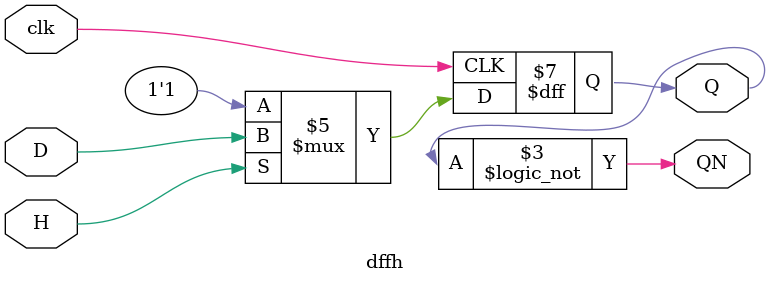
<source format=v>
module dffh(D,clk,H,Q,QN);
input D;      
input clk;   
input H;      
output reg Q;     
output reg QN; 

always @(posedge clk) 

begin
	if (H == 1'b0) begin // sync. set active low
            Q <= 1'b1;
	end
	else begin
            Q <= D; 
        end
end 

assign QN = !Q;

endmodule 

</source>
